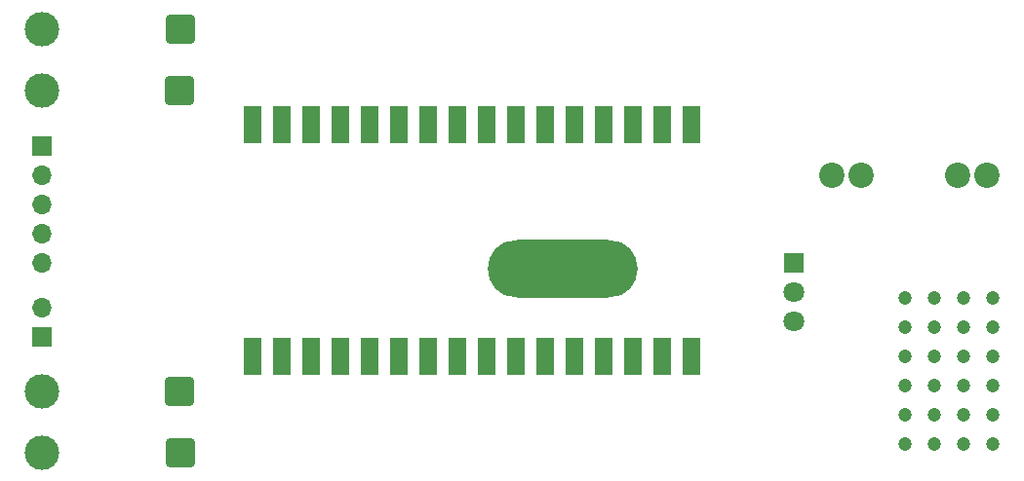
<source format=gbs>
%TF.GenerationSoftware,KiCad,Pcbnew,8.0.4*%
%TF.CreationDate,2024-09-16T22:07:11+05:30*%
%TF.ProjectId,mmeshtastic-pcb,6d6d6573-6874-4617-9374-69632d706362,rev?*%
%TF.SameCoordinates,Original*%
%TF.FileFunction,Soldermask,Bot*%
%TF.FilePolarity,Negative*%
%FSLAX46Y46*%
G04 Gerber Fmt 4.6, Leading zero omitted, Abs format (unit mm)*
G04 Created by KiCad (PCBNEW 8.0.4) date 2024-09-16 22:07:11*
%MOMM*%
%LPD*%
G01*
G04 APERTURE LIST*
G04 Aperture macros list*
%AMRoundRect*
0 Rectangle with rounded corners*
0 $1 Rounding radius*
0 $2 $3 $4 $5 $6 $7 $8 $9 X,Y pos of 4 corners*
0 Add a 4 corners polygon primitive as box body*
4,1,4,$2,$3,$4,$5,$6,$7,$8,$9,$2,$3,0*
0 Add four circle primitives for the rounded corners*
1,1,$1+$1,$2,$3*
1,1,$1+$1,$4,$5*
1,1,$1+$1,$6,$7*
1,1,$1+$1,$8,$9*
0 Add four rect primitives between the rounded corners*
20,1,$1+$1,$2,$3,$4,$5,0*
20,1,$1+$1,$4,$5,$6,$7,0*
20,1,$1+$1,$6,$7,$8,$9,0*
20,1,$1+$1,$8,$9,$2,$3,0*%
G04 Aperture macros list end*
%ADD10C,1.200000*%
%ADD11C,3.000000*%
%ADD12RoundRect,0.312500X-0.937500X0.937500X-0.937500X-0.937500X0.937500X-0.937500X0.937500X0.937500X0*%
%ADD13C,2.200000*%
%ADD14R,1.700000X1.700000*%
%ADD15O,1.700000X1.700000*%
%ADD16O,13.000000X5.000000*%
%ADD17R,1.800000X1.800000*%
%ADD18C,1.800000*%
%ADD19R,1.600000X3.200000*%
G04 APERTURE END LIST*
D10*
%TO.C,U2*%
X137160000Y-107188000D03*
X137160000Y-104648000D03*
X137160000Y-102108000D03*
X137160000Y-99568000D03*
X137160000Y-97028000D03*
X137160000Y-94488000D03*
X134620000Y-107188000D03*
X134620000Y-104648000D03*
X134620000Y-102108000D03*
X134620000Y-99568000D03*
X134620000Y-97028000D03*
X134620000Y-94488000D03*
X132080000Y-107188000D03*
X132080000Y-104648000D03*
X132080000Y-102108000D03*
X132080000Y-99568000D03*
X132080000Y-97028000D03*
X132080000Y-94488000D03*
X129540000Y-107188000D03*
X129540000Y-104648000D03*
X129540000Y-102108000D03*
X129540000Y-99568000D03*
X129540000Y-97028000D03*
X129540000Y-94488000D03*
%TD*%
D11*
%TO.C,TP2*%
X54610000Y-107950000D03*
D12*
X66610000Y-107950000D03*
%TD*%
D13*
%TO.C,JP2*%
X136652000Y-83820000D03*
X134112000Y-83820000D03*
%TD*%
D14*
%TO.C,J1*%
X54610000Y-81280000D03*
D15*
X54610000Y-83820000D03*
X54610000Y-86360000D03*
X54610000Y-88900000D03*
X54610000Y-91440000D03*
%TD*%
D14*
%TO.C,J2*%
X54585000Y-97897000D03*
D15*
X54585000Y-95357000D03*
%TD*%
D11*
%TO.C,TP1*%
X54577000Y-102616000D03*
D12*
X66577000Y-102616000D03*
%TD*%
D16*
%TO.C,U3*%
X99822000Y-91948000D03*
%TD*%
D13*
%TO.C,JP1*%
X123190000Y-83820000D03*
X125730000Y-83820000D03*
%TD*%
D11*
%TO.C,TP4*%
X54610000Y-71120000D03*
D12*
X66610000Y-71120000D03*
%TD*%
D11*
%TO.C,TP3*%
X54577000Y-76454000D03*
D12*
X66577000Y-76454000D03*
%TD*%
D17*
%TO.C,D1*%
X119888000Y-91440000D03*
D18*
X119888000Y-93980000D03*
X119888000Y-96520000D03*
%TD*%
D19*
%TO.C,M1*%
X110993500Y-99625000D03*
X108453500Y-99625000D03*
X105913500Y-99625000D03*
X103373500Y-99625000D03*
X100833500Y-99625000D03*
X98293500Y-99625000D03*
X95753500Y-99625000D03*
X93213500Y-99625000D03*
X90673500Y-99625000D03*
X88133500Y-99625000D03*
X85593500Y-99625000D03*
X83053500Y-99625000D03*
X80513500Y-99625000D03*
X77973500Y-99625000D03*
X75433500Y-99625000D03*
X72893500Y-99625000D03*
X72893500Y-79445000D03*
X75433500Y-79445000D03*
X77973500Y-79445000D03*
X80513500Y-79445000D03*
X83053500Y-79445000D03*
X85593500Y-79445000D03*
X88133500Y-79445000D03*
X90673500Y-79445000D03*
X93213500Y-79445000D03*
X95753500Y-79445000D03*
X98293500Y-79445000D03*
X100833500Y-79445000D03*
X103373500Y-79445000D03*
X105913500Y-79445000D03*
X108453500Y-79445000D03*
X110993500Y-79445000D03*
%TD*%
M02*

</source>
